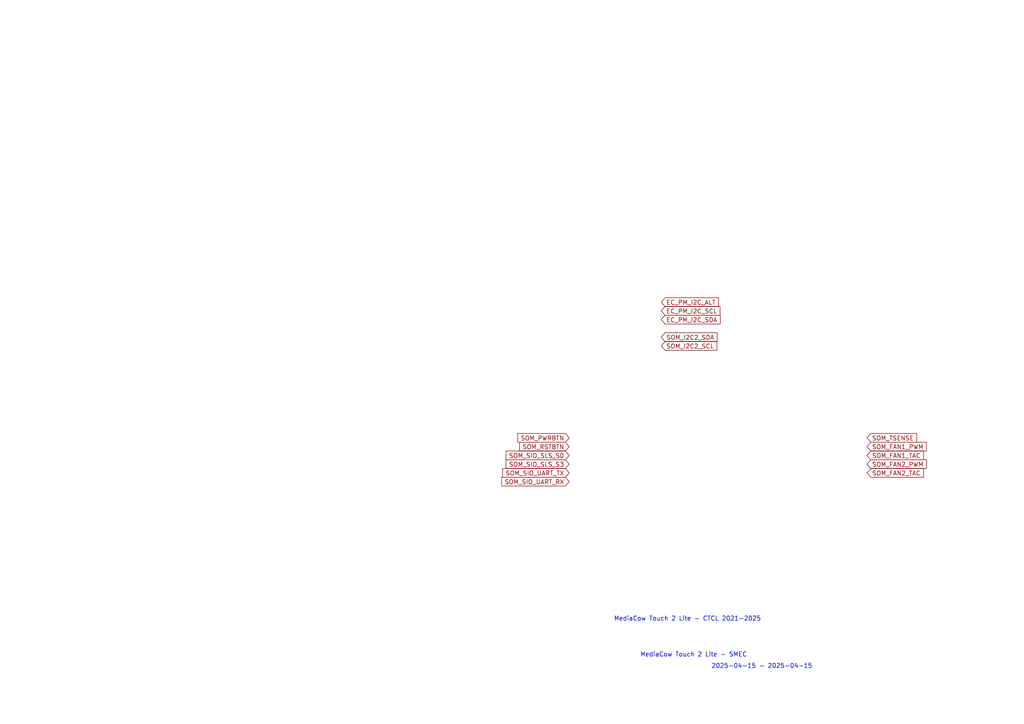
<source format=kicad_sch>
(kicad_sch
	(version 20231120)
	(generator "eeschema")
	(generator_version "8.0")
	(uuid "89d4e947-38d4-4456-98d6-6289ac717962")
	(paper "A4")
	(lib_symbols)
	(text "MediaCow Touch 2 Lite - SMEC"
		(exclude_from_sim no)
		(at 201.168 189.992 0)
		(effects
			(font
				(size 1.27 1.27)
			)
		)
		(uuid "1a1c114f-5553-4066-8559-de841e6923dd")
	)
	(text "MediaCow Touch 2 Lite - CTCL 2021-2025"
		(exclude_from_sim no)
		(at 199.39 179.578 0)
		(effects
			(font
				(size 1.27 1.27)
			)
		)
		(uuid "92f8133f-8557-440e-ae39-f83fcebb3a4d")
	)
	(text "2025-04-15 - 2025-04-15"
		(exclude_from_sim no)
		(at 220.98 193.294 0)
		(effects
			(font
				(size 1.27 1.27)
			)
		)
		(uuid "c9cb85ff-29b6-4309-a047-93004c85cdc0")
	)
	(global_label "SOM_PWRBTN"
		(shape input)
		(at 165.1 127 180)
		(fields_autoplaced yes)
		(effects
			(font
				(size 1.27 1.27)
			)
			(justify right)
		)
		(uuid "010742c7-7ba7-4f08-a0cb-1697e7109bc5")
		(property "Intersheetrefs" "${INTERSHEET_REFS}"
			(at 149.5963 127 0)
			(effects
				(font
					(size 1.27 1.27)
				)
				(justify right)
				(hide yes)
			)
		)
	)
	(global_label "SOM_SIO_SLS_S3"
		(shape input)
		(at 165.1 134.62 180)
		(fields_autoplaced yes)
		(effects
			(font
				(size 1.27 1.27)
			)
			(justify right)
		)
		(uuid "0293d27b-dbbc-4f39-b0ca-e58d0de58134")
		(property "Intersheetrefs" "${INTERSHEET_REFS}"
			(at 146.2097 134.62 0)
			(effects
				(font
					(size 1.27 1.27)
				)
				(justify right)
				(hide yes)
			)
		)
	)
	(global_label "SOM_I2C2_SDA"
		(shape input)
		(at 191.77 97.79 0)
		(fields_autoplaced yes)
		(effects
			(font
				(size 1.27 1.27)
			)
			(justify left)
		)
		(uuid "084086ab-8fee-4efc-bd1b-c1ac04e359fd")
		(property "Intersheetrefs" "${INTERSHEET_REFS}"
			(at 211.1442 97.79 0)
			(effects
				(font
					(size 1.27 1.27)
				)
				(justify left)
				(hide yes)
			)
		)
	)
	(global_label "SOM_FAN2_PWM"
		(shape input)
		(at 251.46 134.62 0)
		(fields_autoplaced yes)
		(effects
			(font
				(size 1.27 1.27)
			)
			(justify left)
		)
		(uuid "17b174d8-2679-4b69-b7f3-8af1d7a84903")
		(property "Intersheetrefs" "${INTERSHEET_REFS}"
			(at 269.2618 134.62 0)
			(effects
				(font
					(size 1.27 1.27)
				)
				(justify left)
				(hide yes)
			)
		)
	)
	(global_label "EC_PM_I2C_SDA"
		(shape input)
		(at 191.77 92.71 0)
		(fields_autoplaced yes)
		(effects
			(font
				(size 1.27 1.27)
			)
			(justify left)
		)
		(uuid "39f4cac0-d70b-49de-957d-e3dd2e3f4df9")
		(property "Intersheetrefs" "${INTERSHEET_REFS}"
			(at 204.4313 92.71 0)
			(effects
				(font
					(size 1.27 1.27)
				)
				(justify left)
				(hide yes)
			)
		)
	)
	(global_label "EC_PM_I2C_ALT"
		(shape input)
		(at 191.77 87.63 0)
		(fields_autoplaced yes)
		(effects
			(font
				(size 1.27 1.27)
			)
			(justify left)
		)
		(uuid "41412433-8f46-48f0-965f-869733e23763")
		(property "Intersheetrefs" "${INTERSHEET_REFS}"
			(at 203.9475 87.63 0)
			(effects
				(font
					(size 1.27 1.27)
				)
				(justify left)
				(hide yes)
			)
		)
	)
	(global_label "SOM_I2C2_SCL"
		(shape input)
		(at 191.77 100.33 0)
		(fields_autoplaced yes)
		(effects
			(font
				(size 1.27 1.27)
			)
			(justify left)
		)
		(uuid "5db2f6dd-9523-4161-8961-3c604965bd44")
		(property "Intersheetrefs" "${INTERSHEET_REFS}"
			(at 211.0837 100.33 0)
			(effects
				(font
					(size 1.27 1.27)
				)
				(justify left)
				(hide yes)
			)
		)
	)
	(global_label "SOM_SIO_UART_TX"
		(shape input)
		(at 165.1 137.16 180)
		(fields_autoplaced yes)
		(effects
			(font
				(size 1.27 1.27)
			)
			(justify right)
		)
		(uuid "6900baef-4461-446e-b0b7-3359a9830422")
		(property "Intersheetrefs" "${INTERSHEET_REFS}"
			(at 148.1449 137.16 0)
			(effects
				(font
					(size 1.27 1.27)
				)
				(justify right)
				(hide yes)
			)
		)
	)
	(global_label "SOM_FAN2_TAC"
		(shape input)
		(at 251.46 137.16 0)
		(fields_autoplaced yes)
		(effects
			(font
				(size 1.27 1.27)
			)
			(justify left)
		)
		(uuid "6ea9d4de-7f29-4c75-afdf-cf9b3ca14988")
		(property "Intersheetrefs" "${INTERSHEET_REFS}"
			(at 269.2618 137.16 0)
			(effects
				(font
					(size 1.27 1.27)
				)
				(justify left)
				(hide yes)
			)
		)
	)
	(global_label "SOM_RSTBTN"
		(shape input)
		(at 165.1 129.54 180)
		(fields_autoplaced yes)
		(effects
			(font
				(size 1.27 1.27)
			)
			(justify right)
		)
		(uuid "71c9f8cb-a6a1-450f-9e9d-bda42ee19d88")
		(property "Intersheetrefs" "${INTERSHEET_REFS}"
			(at 150.1406 129.54 0)
			(effects
				(font
					(size 1.27 1.27)
				)
				(justify right)
				(hide yes)
			)
		)
	)
	(global_label "SOM_FAN1_PWM"
		(shape input)
		(at 251.46 129.54 0)
		(fields_autoplaced yes)
		(effects
			(font
				(size 1.27 1.27)
			)
			(justify left)
		)
		(uuid "73dc7431-112c-4f10-986f-82078da721fb")
		(property "Intersheetrefs" "${INTERSHEET_REFS}"
			(at 269.2618 129.54 0)
			(effects
				(font
					(size 1.27 1.27)
				)
				(justify left)
				(hide yes)
			)
		)
	)
	(global_label "SOM_FAN1_TAC"
		(shape input)
		(at 251.46 132.08 0)
		(fields_autoplaced yes)
		(effects
			(font
				(size 1.27 1.27)
			)
			(justify left)
		)
		(uuid "75470e5e-3e0e-4e6f-bb2e-c3345119f5b4")
		(property "Intersheetrefs" "${INTERSHEET_REFS}"
			(at 269.2618 132.08 0)
			(effects
				(font
					(size 1.27 1.27)
				)
				(justify left)
				(hide yes)
			)
		)
	)
	(global_label "EC_PM_I2C_SCL"
		(shape input)
		(at 191.77 90.17 0)
		(fields_autoplaced yes)
		(effects
			(font
				(size 1.27 1.27)
			)
			(justify left)
		)
		(uuid "9793dbaa-2df7-4018-bf1c-cbed007f7d8e")
		(property "Intersheetrefs" "${INTERSHEET_REFS}"
			(at 204.3708 90.17 0)
			(effects
				(font
					(size 1.27 1.27)
				)
				(justify left)
				(hide yes)
			)
		)
	)
	(global_label "SOM_SIO_UART_RX"
		(shape input)
		(at 165.1 139.7 180)
		(fields_autoplaced yes)
		(effects
			(font
				(size 1.27 1.27)
			)
			(justify right)
		)
		(uuid "9f7835c9-6fd6-4613-b59d-f78a6c519514")
		(property "Intersheetrefs" "${INTERSHEET_REFS}"
			(at 147.8425 139.7 0)
			(effects
				(font
					(size 1.27 1.27)
				)
				(justify right)
				(hide yes)
			)
		)
	)
	(global_label "SOM_SIO_SLS_S0"
		(shape input)
		(at 165.1 132.08 180)
		(fields_autoplaced yes)
		(effects
			(font
				(size 1.27 1.27)
			)
			(justify right)
		)
		(uuid "a36d2f57-14d7-467e-80f0-d81eee00568b")
		(property "Intersheetrefs" "${INTERSHEET_REFS}"
			(at 146.2097 132.08 0)
			(effects
				(font
					(size 1.27 1.27)
				)
				(justify right)
				(hide yes)
			)
		)
	)
	(global_label "SOM_TSENSE"
		(shape input)
		(at 251.46 127 0)
		(fields_autoplaced yes)
		(effects
			(font
				(size 1.27 1.27)
			)
			(justify left)
		)
		(uuid "b58e80fc-2c23-4e29-90ba-9ab9a20a88d8")
		(property "Intersheetrefs" "${INTERSHEET_REFS}"
			(at 266.4193 127 0)
			(effects
				(font
					(size 1.27 1.27)
				)
				(justify left)
				(hide yes)
			)
		)
	)
)

</source>
